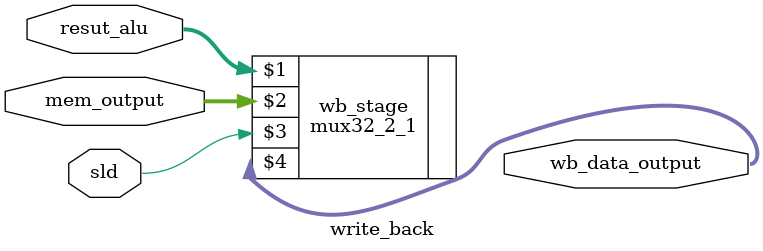
<source format=v>
`timescale 1ns / 1ps
module write_back(resut_alu,mem_output,sld,wb_data_output
    );
	 input [31:0] resut_alu;
	 input [31:0] mem_output;
	 input sld;
	 output [31:0] wb_data_output;
	 mux32_2_1 wb_stage (resut_alu, mem_output, sld, wb_data_output);

endmodule

</source>
